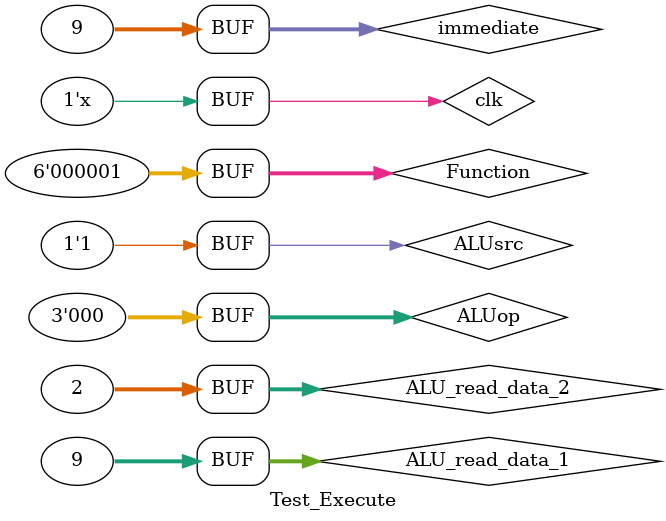
<source format=v>
`timescale 1ns / 1ps


module Test_Execute;

	// Inputs
	reg clk;
	reg [31:0] ALU_read_data_1;
	reg [31:0] ALU_read_data_2;
	reg [31:0] immediate;
	reg [5:0] Function;
	reg [2:0] ALUop;
	reg ALUsrc;

	// Outputs
	wire [31:0] ALU_result;
	wire zero;

	// Instantiate the Unit Under Test (UUT)
	Execute uut (
		.clk(clk), 
		.ALU_read_data_1(ALU_read_data_1), 
		.ALU_read_data_2(ALU_read_data_2), 
		.immediate(immediate), 
		.Function(Function), 
		.ALUop(ALUop), 
		.ALUsrc(ALUsrc), 
		.ALU_result(ALU_result), 
		.zero(zero)
	);

	initial begin
			clk = 0;
		end
	
	always #50 clk = ~clk;

	initial begin
		// Initialize Inputs
																//ADD output = 5 + 7  zero = 0
		ALU_read_data_1 = 7;
		ALU_read_data_2 = 5;
		immediate = 32'b0000_0000_0000_0000_0000_0000_0000_1100; 			//12;
		Function = 6'b000000;
		ALUop = 3'b000;
		ALUsrc = 0;
		#100;
		
		
																//OR output = 6 | 12 zero = 0
		ALU_read_data_1 = 6;
		ALU_read_data_2 = 3;
		immediate = 32'b0000_0000_0000_0000_0000_0000_0000_1100;
		Function = 6'b000011;
		ALUop = 3'b000;
		ALUsrc = 1;
		#100;
		
															//NOT
		ALU_read_data_1 = 15;
		ALU_read_data_2 = 6;
		immediate = 32'b0000_0000_0000_0000_0000_0000_0000_1101; // 13
		Function = 6'b000111;
		ALUop = 3'b000;
		ALUsrc = 0;
		#100;
		
															//SLT
		ALU_read_data_1 = 19;
		ALU_read_data_2 = 12;
		immediate = 32'b0000_0000_0000_0000_0000_0000_0000_1001; // 9
		Function = 6'bxxxxxx;
		ALUop = 3'b010;
		ALUsrc = 0;
		#100;


															//LSR
		ALU_read_data_1 = 13;
		ALU_read_data_2 = 15;
		immediate = 32'b0000_0000_0000_0000_0000_0000_0100_0000;
		Function = 6'b000110;
		ALUop = 3'b000;
		ALUsrc = 1;
		#100;

															//SUB
		ALU_read_data_1 = 9;
		ALU_read_data_2 = 2;
		immediate = 32'b0000_0000_0000_0000_0000_0000_0000_1001; // 9
		Function = 6'b000001;
		ALUop = 3'b000;
		ALUsrc = 1;
		#100;
		
	end
      
endmodule


</source>
